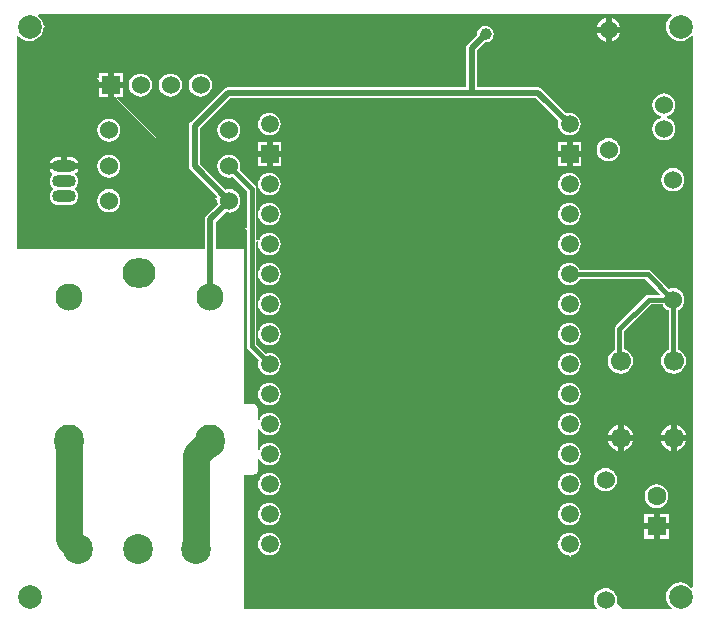
<source format=gbl>
%FSTAX23Y23*%
%MOIN*%
%SFA1B1*%

%IPPOS*%
%ADD14C,0.078740*%
%ADD29C,0.015000*%
%ADD30C,0.020000*%
%ADD31C,0.090000*%
%ADD32O,0.079000X0.042000*%
%ADD33C,0.066930*%
%ADD34C,0.060000*%
%ADD35C,0.059060*%
%ADD36R,0.059060X0.059060*%
%ADD37R,0.062990X0.062990*%
%ADD38C,0.062990*%
%ADD39O,0.098430X0.110240*%
%ADD40C,0.090550*%
%ADD41O,0.110240X0.098430*%
%ADD42R,0.060000X0.060000*%
%ADD43C,0.099610*%
%ADD44C,0.039370*%
%LNboard-1*%
%LPD*%
G36*
X0219Y01986D02*
X02186Y01983D01*
X02178Y01973*
X02173Y01962*
X02172Y0195*
X02173Y01937*
X02178Y01926*
X02186Y01916*
X02196Y01908*
X02207Y01903*
X0222Y01902*
X02232Y01903*
X02243Y01908*
X02253Y01916*
X02256Y0192*
X02261Y01918*
Y00081*
X02256Y00079*
X02253Y00083*
X02243Y00091*
X02232Y00096*
X0222Y00097*
X02207Y00096*
X02196Y00091*
X02186Y00083*
X02178Y00073*
X02173Y00062*
X02172Y0005*
X02173Y00037*
X02178Y00026*
X02186Y00016*
X0219Y00013*
X02188Y00008*
X02027*
X02006Y00028*
X02007Y0003*
X02008Y0004*
X02007Y00049*
X02003Y00059*
X01997Y00067*
X01989Y00073*
X01979Y00077*
X0197Y00078*
X0196Y00077*
X01959Y00076*
X01955Y00079*
X01954Y00074*
X0195Y00073*
X01942Y00067*
X01936Y00059*
X01932Y00049*
X01931Y0004*
X01932Y0003*
X01936Y0002*
X01942Y00013*
X01942Y00011*
X01941Y00008*
X00765*
Y00456*
X00794*
X00797Y00457*
X00801Y00458*
X00804Y0046*
X00807Y00463*
X00808Y00466*
X0081Y00469*
X0081Y00473*
Y00508*
X00815Y00509*
X00817Y00506*
X00823Y00498*
X00831Y00492*
X0084Y00488*
X0085Y00487*
X00859Y00488*
X00868Y00492*
X00876Y00498*
X00882Y00506*
X00886Y00515*
X00887Y00525*
X00886Y00534*
X00882Y00543*
X00876Y00551*
X00868Y00557*
X00859Y00561*
X0085Y00562*
X0084Y00561*
X00831Y00557*
X00823Y00551*
X00817Y00543*
X00815Y0054*
X0081Y00541*
Y00608*
X00815Y00609*
X00817Y00606*
X00823Y00598*
X00831Y00592*
X0084Y00588*
X0085Y00587*
X00859Y00588*
X00868Y00592*
X00876Y00598*
X00882Y00606*
X00886Y00615*
X00887Y00625*
X00886Y00634*
X00882Y00643*
X00876Y00651*
X00868Y00657*
X00859Y00661*
X0085Y00662*
X0084Y00661*
X00831Y00657*
X00823Y00651*
X00817Y00643*
X00815Y0064*
X0081Y00641*
Y00676*
X0081Y0068*
X00808Y00683*
X00807Y00686*
X00804Y00689*
X00801Y00691*
X00797Y00692*
X00794Y00693*
X00765*
Y0121*
X0067*
Y01299*
X00704Y01333*
X00705Y01332*
X00715Y01331*
X00716Y01331*
X00774Y01273*
Y00885*
X00775Y00878*
X00778Y00873*
X00814Y00837*
X00813Y00834*
X00812Y00825*
X00813Y00815*
X00817Y00806*
X00823Y00798*
X00831Y00792*
X0084Y00788*
X0085Y00787*
X00859Y00788*
X00868Y00792*
X00876Y00798*
X00882Y00806*
X00886Y00815*
X00887Y00825*
X00886Y00834*
X00882Y00843*
X00876Y00851*
X00868Y00857*
X00859Y00861*
X0085Y00862*
X0084Y00861*
X00837Y0086*
X00805Y00891*
Y01233*
X0081Y01235*
X00813Y01233*
X00812Y01225*
X00813Y01215*
X00817Y01206*
X00823Y01198*
X00831Y01192*
X0084Y01188*
X0085Y01187*
X00858Y01188*
X00862Y01184*
X00863Y0119*
X00868Y01192*
X00876Y01198*
X00882Y01206*
X00886Y01215*
X00887Y01225*
X00886Y01234*
X00882Y01243*
X00876Y01251*
X00868Y01257*
X00859Y01261*
X0085Y01262*
X0084Y01261*
X00831Y01257*
X00823Y01251*
X00817Y01243*
X00815Y01239*
X00809Y01238*
X00805Y01241*
Y0141*
X00804Y01416*
X00801Y01421*
X0075Y01471*
X00752Y01475*
X00753Y01485*
X00752Y01494*
X00748Y01504*
X00742Y01512*
X00734Y01518*
X00724Y01522*
X00715Y01523*
X00705Y01522*
X00695Y01518*
X00687Y01512*
X00681Y01504*
X00677Y01494*
X00676Y01485*
X00677Y01475*
X00681Y01465*
X00687Y01457*
X00695Y01451*
X00705Y01447*
X00715Y01446*
X00724Y01447*
X00728Y01449*
X00774Y01403*
Y0128*
X00769Y01278*
X0072Y01327*
X00722Y01332*
X00724Y01332*
X00734Y01336*
X00742Y01342*
X00748Y0135*
X00752Y0136*
X00753Y0137*
X00752Y01379*
X00748Y01389*
X00742Y01397*
X00734Y01403*
X00724Y01407*
X00715Y01408*
X00705Y01407*
X00704Y01406*
X00618Y01492*
Y01612*
X00717Y01711*
X01737*
X01813Y01635*
X01813Y01634*
X01812Y01625*
X01813Y01615*
X01817Y01606*
X01823Y01598*
X01831Y01592*
X0184Y01588*
X0185Y01587*
X01859Y01588*
X01868Y01592*
X01876Y01598*
X01882Y01606*
X01886Y01615*
X01887Y01625*
X01886Y01634*
X01882Y01643*
X01876Y01651*
X01868Y01657*
X01859Y01661*
X0185Y01662*
X0184Y01661*
X01839Y01661*
X01757Y01742*
X01752Y01746*
X01745Y01748*
X01543*
Y01872*
X01568Y01897*
X0157Y01897*
X01577Y01898*
X01583Y019*
X01589Y01905*
X01594Y01911*
X01596Y01917*
X01597Y01925*
X01596Y01932*
X01594Y01938*
X01589Y01944*
X01583Y01949*
X01577Y01951*
X0157Y01952*
X01562Y01951*
X01556Y01949*
X0155Y01944*
X01545Y01938*
X01543Y01932*
X01542Y01925*
X01542Y01923*
X01512Y01892*
X01508Y01887*
X01506Y0188*
Y01748*
X0071*
X00702Y01746*
X00697Y01742*
X00587Y01632*
X00583Y01627*
X00581Y0162*
Y01485*
X00583Y01477*
X00587Y01472*
X00676Y01382*
X00676Y01379*
X0067Y01377*
X00669Y01379*
X00676Y01371*
X00676Y0137*
X00677Y0136*
X00678Y01359*
X00639Y0132*
X00635Y01314*
X00634Y01307*
Y0121*
X00008*
Y01918*
X00013Y0192*
X00016Y01916*
X00026Y01908*
X00037Y01903*
X0005Y01902*
X00062Y01903*
X00073Y01908*
X00083Y01916*
X00091Y01926*
X00096Y01937*
X00097Y01949*
X00099Y0195*
X00102Y01952*
X00096Y01957*
X00096Y01962*
X00091Y01973*
X00083Y01983*
X00079Y01986*
X00081Y01991*
X02188*
X0219Y01986*
G37*
%LNboard-2*%
%LPC*%
G36*
X0199Y01979D02*
Y0195D01*
X02019*
X02018Y0195*
X02014Y0196*
X02008Y01968*
X02Y01974*
X0199Y01978*
X0199Y01979*
G37*
G36*
X0197D02*
X01969Y01978D01*
X01959Y01974*
X01951Y01968*
X01945Y0196*
X01941Y0195*
X0194Y0195*
X0197*
Y01979*
G37*
G36*
X02019Y0193D02*
X0199D01*
Y019*
X0199Y01901*
X02Y01905*
X02008Y01911*
X02014Y01919*
X02018Y01929*
X02019Y0193*
G37*
G36*
X0197D02*
X0194D01*
X01941Y01929*
X01945Y01919*
X01951Y01911*
X01959Y01905*
X01969Y01901*
X0197Y019*
Y0193*
G37*
G36*
X0036Y01795D02*
X0033D01*
Y01765*
X0036*
Y01795*
G37*
G36*
X0031D02*
X0028D01*
Y01779*
X00275Y01777*
X0028Y01772*
Y01765*
X0031*
Y01795*
G37*
G36*
X0062Y01793D02*
X0061Y01792D01*
X006Y01788*
X00592Y01782*
X00586Y01774*
X00582Y01764*
X00581Y01755*
X00582Y01745*
X00586Y01735*
X00592Y01727*
X006Y01721*
X0061Y01717*
X0062Y01716*
X00629Y01717*
X00639Y01721*
X00647Y01727*
X00653Y01735*
X00657Y01745*
X00658Y01755*
X00657Y01764*
X00653Y01774*
X00647Y01782*
X00639Y01788*
X00629Y01792*
X0062Y01793*
G37*
G36*
X0052D02*
X0051Y01792D01*
X005Y01788*
X00492Y01782*
X00486Y01774*
X00482Y01764*
X00481Y01755*
X00482Y01745*
X00486Y01735*
X00492Y01727*
X005Y01721*
X0051Y01717*
X0052Y01716*
X00529Y01717*
X00539Y01721*
X00547Y01727*
X00553Y01735*
X00557Y01745*
X00558Y01755*
X00557Y01764*
X00553Y01774*
X00547Y01782*
X00539Y01788*
X00529Y01792*
X0052Y01793*
G37*
G36*
X0042D02*
X0041Y01792D01*
X004Y01788*
X00392Y01782*
X00386Y01774*
X00382Y01764*
X00381Y01755*
X00382Y01745*
X00386Y01735*
X00392Y01727*
X004Y01721*
X0041Y01717*
X0042Y01716*
X00429Y01717*
X00439Y01721*
X00447Y01727*
X00453Y01735*
X00457Y01745*
X00458Y01755*
X00457Y01764*
X00453Y01774*
X00447Y01782*
X00439Y01788*
X00429Y01792*
X0042Y01793*
G37*
G36*
X0031Y01745D02*
X0028D01*
Y01715*
X0031*
Y01745*
G37*
G36*
X0085Y01662D02*
X0084Y01661D01*
X00831Y01657*
X00823Y01651*
X00817Y01643*
X00813Y01634*
X00812Y01625*
X00813Y01615*
X00817Y01606*
X00823Y01598*
X00831Y01592*
X0084Y01588*
X0085Y01587*
X00859Y01588*
X00868Y01592*
X00876Y01598*
X00882Y01606*
X00886Y01615*
X00887Y01625*
X00886Y01634*
X00882Y01643*
X00876Y01651*
X00868Y01657*
X00859Y01661*
X0085Y01662*
G37*
G36*
X0036Y01745D02*
X0033D01*
Y01715*
X00337*
X00473Y01577*
X00341Y0171*
X00343Y01715*
X0036*
Y01745*
G37*
G36*
X02165Y01727D02*
X02155Y01725D01*
X02145Y01721*
X02137Y01715*
X02131Y01707*
X02127Y01698*
X02126Y01688*
X02127Y01678*
X02131Y01669*
X02137Y01661*
X02145Y01655*
X02154Y01651*
X02155Y01649*
Y01649*
X02154Y01646*
X02145Y01643*
X02137Y01637*
X02131Y01629*
X02127Y01619*
X02126Y0161*
X02127Y016*
X02131Y0159*
X02137Y01582*
X02145Y01576*
X02155Y01572*
X02165Y01571*
X02174Y01572*
X02184Y01576*
X02192Y01582*
X02198Y0159*
X02202Y016*
X02203Y0161*
X02202Y01619*
X02198Y01629*
X02192Y01637*
X02184Y01643*
X02175Y01646*
X02174Y01649*
Y01649*
X02175Y01651*
X02184Y01655*
X02192Y01661*
X02198Y01669*
X02202Y01678*
X02203Y01688*
X02202Y01698*
X02198Y01707*
X02192Y01715*
X02184Y01721*
X02174Y01725*
X02165Y01727*
G37*
G36*
X00715Y01643D02*
X00705Y01642D01*
X00695Y01638*
X00687Y01632*
X00681Y01624*
X00677Y01614*
X00676Y01605*
X00677Y01595*
X00681Y01585*
X00687Y01577*
X00695Y01571*
X00705Y01567*
X00715Y01566*
X00724Y01567*
X00734Y01571*
X00742Y01577*
X00748Y01585*
X00752Y01595*
X00753Y01605*
X00752Y01614*
X00748Y01624*
X00742Y01632*
X00734Y01638*
X00724Y01642*
X00715Y01643*
G37*
G36*
X00315D02*
X00305Y01642D01*
X00295Y01638*
X00287Y01632*
X00281Y01624*
X00277Y01614*
X00276Y01605*
X00277Y01595*
X00281Y01585*
X00287Y01577*
X00295Y01571*
X00305Y01567*
X00315Y01566*
X00324Y01567*
X00334Y01571*
X00342Y01577*
X00348Y01585*
X00352Y01595*
X00353Y01605*
X00352Y01614*
X00348Y01624*
X00342Y01632*
X00334Y01638*
X00324Y01642*
X00315Y01643*
G37*
G36*
X01889Y01564D02*
X0186D01*
Y01535*
X01889*
Y01564*
G37*
G36*
X00889D02*
X0086D01*
Y01535*
X00889*
Y01564*
G37*
G36*
X0184D02*
X0181D01*
Y01535*
X0184*
Y01564*
G37*
G36*
X0084D02*
X0081D01*
Y01535*
X0084*
Y01564*
G37*
G36*
X0198Y01578D02*
X0197Y01577D01*
X0196Y01573*
X01952Y01567*
X01946Y01559*
X01942Y01549*
X01941Y0154*
X01942Y0153*
X01946Y0152*
X01952Y01512*
X0196Y01506*
X0197Y01502*
X0198Y01501*
X01989Y01502*
X01999Y01506*
X02007Y01512*
X02013Y0152*
X02017Y0153*
X02018Y0154*
X02017Y01549*
X02013Y01559*
X02007Y01567*
X01999Y01573*
X01989Y01577*
X0198Y01578*
G37*
G36*
X00183Y01516D02*
X00175D01*
Y01495*
X00212*
X0021Y015*
X00205Y01507*
X00199Y01512*
X00191Y01515*
X00183Y01516*
G37*
G36*
X00155D02*
X00146D01*
X00138Y01515*
X0013Y01512*
X00124Y01507*
X00119Y015*
X00117Y01495*
X00155*
Y01516*
G37*
G36*
X01889Y01515D02*
X0186D01*
Y01485*
X01889*
Y01515*
G37*
G36*
X0184D02*
X0181D01*
Y01485*
X0184*
Y01515*
G37*
G36*
X00889D02*
X0086D01*
Y01485*
X00889*
Y01515*
G37*
G36*
X0084D02*
X0081D01*
Y01485*
X0084*
Y01515*
G37*
G36*
X00315Y01523D02*
X00305Y01522D01*
X00295Y01518*
X00287Y01512*
X00281Y01504*
X00277Y01494*
X00276Y01485*
X00277Y01475*
X00281Y01465*
X00287Y01457*
X00295Y01451*
X00305Y01447*
X00315Y01446*
X00324Y01447*
X00334Y01451*
X00342Y01457*
X00348Y01465*
X00352Y01475*
X00353Y01485*
X00352Y01494*
X00348Y01504*
X00342Y01512*
X00334Y01518*
X00324Y01522*
X00315Y01523*
G37*
G36*
X02195Y01478D02*
X02185Y01477D01*
X02175Y01473*
X02167Y01467*
X02161Y01459*
X02157Y01449*
X02156Y0144*
X02157Y0143*
X02161Y0142*
X02167Y01412*
X02175Y01406*
X02185Y01402*
X02195Y01401*
X02204Y01402*
X02214Y01406*
X02222Y01412*
X02228Y0142*
X02232Y0143*
X02233Y0144*
X02232Y01449*
X02228Y01459*
X02222Y01467*
X02214Y01473*
X02204Y01477*
X02195Y01478*
G37*
G36*
X0185Y01462D02*
X0184Y01461D01*
X01831Y01457*
X01823Y01451*
X01817Y01443*
X01813Y01434*
X01812Y01425*
X01813Y01415*
X01817Y01406*
X01823Y01398*
X01831Y01392*
X0184Y01388*
X0185Y01387*
X01859Y01388*
X01868Y01392*
X01876Y01398*
X01882Y01406*
X01886Y01415*
X01887Y01425*
X01886Y01434*
X01882Y01443*
X01876Y01451*
X01868Y01457*
X01859Y01461*
X0185Y01462*
G37*
G36*
X0085D02*
X0084Y01461D01*
X00831Y01457*
X00823Y01451*
X00817Y01443*
X00813Y01434*
X00812Y01425*
X00813Y01415*
X00817Y01406*
X00823Y01398*
X00831Y01392*
X0084Y01388*
X0085Y01387*
X00859Y01388*
X00868Y01392*
X00876Y01398*
X00882Y01406*
X00886Y01415*
X00887Y01425*
X00886Y01434*
X00882Y01443*
X00876Y01451*
X00868Y01457*
X00859Y01461*
X0085Y01462*
G37*
G36*
X00165Y01485D02*
D01*
Y01475*
X00117*
X00119Y01469*
X00124Y01462*
X00126Y01461*
Y01456*
X00125Y01455*
X00121Y01449*
X00118Y01442*
X00117Y01435*
X00118Y01427*
X00121Y0142*
X00125Y01414*
X00128Y01412*
Y01407*
X00125Y01405*
X00121Y01399*
X00118Y01392*
X00117Y01385*
X00118Y01377*
X00121Y0137*
X00125Y01364*
X00131Y01359*
X00138Y01356*
X00146Y01355*
X00183*
X00191Y01356*
X00198Y01359*
X00204Y01364*
X00208Y0137*
X00211Y01377*
X00212Y01385*
X00211Y01392*
X00208Y01399*
X00204Y01405*
X00201Y01407*
Y01412*
X00204Y01414*
X00208Y0142*
X00211Y01427*
X00212Y01435*
X00211Y01442*
X00208Y01449*
X00204Y01455*
X00203Y01456*
Y01461*
X00205Y01462*
X0021Y01469*
X00212Y01475*
X00165*
Y01485*
G37*
G36*
X00315Y01408D02*
X00305Y01407D01*
X00295Y01403*
X00287Y01397*
X00281Y01389*
X00277Y01379*
X00276Y0137*
X00277Y0136*
X00281Y0135*
X00287Y01342*
X00295Y01336*
X00305Y01332*
X00315Y01331*
X00324Y01332*
X00334Y01336*
X00342Y01342*
X00348Y0135*
X00352Y0136*
X00353Y0137*
X00352Y01379*
X00348Y01389*
X00342Y01397*
X00334Y01403*
X00324Y01407*
X00315Y01408*
G37*
G36*
X0185Y01362D02*
X0184Y01361D01*
X01831Y01357*
X01823Y01351*
X01817Y01343*
X01813Y01334*
X01812Y01325*
X01813Y01315*
X01817Y01306*
X01823Y01298*
X01831Y01292*
X0184Y01288*
X0185Y01287*
X01859Y01288*
X01868Y01292*
X01876Y01298*
X01882Y01306*
X01886Y01315*
X01887Y01325*
X01886Y01334*
X01882Y01343*
X01876Y01351*
X01868Y01357*
X01859Y01361*
X0185Y01362*
G37*
G36*
X0085D02*
X0084Y01361D01*
X00831Y01357*
X00823Y01351*
X00817Y01343*
X00813Y01334*
X00812Y01325*
X00813Y01315*
X00817Y01306*
X00823Y01298*
X00831Y01292*
X0084Y01288*
X0085Y01287*
X00859Y01288*
X00868Y01292*
X00876Y01298*
X00882Y01306*
X00886Y01315*
X00887Y01325*
X00886Y01334*
X00882Y01343*
X00876Y01351*
X00868Y01357*
X00859Y01361*
X0085Y01362*
G37*
G36*
X0185Y01262D02*
X0184Y01261D01*
X01831Y01257*
X01823Y01251*
X01817Y01243*
X01813Y01234*
X01812Y01225*
X01813Y01215*
X01817Y01206*
X01823Y01198*
X01831Y01192*
X0184Y01188*
X0185Y01187*
X01859Y01188*
X01868Y01192*
X01876Y01198*
X01882Y01206*
X01886Y01215*
X01887Y01225*
X01886Y01234*
X01882Y01243*
X01876Y01251*
X01868Y01257*
X01859Y01261*
X0185Y01262*
G37*
G36*
X00883Y01162D02*
X00885Y01161D01*
X00883Y01162*
G37*
G36*
X0091Y01136D02*
X00911Y01134D01*
X0091Y01136*
G37*
G36*
X00947Y01098D02*
X00953Y01092D01*
X00947Y01098*
G37*
G36*
X0085Y01162D02*
X0084Y01161D01*
X00831Y01157*
X00823Y01151*
X00817Y01143*
X00813Y01134*
X00812Y01125*
X00813Y01115*
X00817Y01106*
X00823Y01098*
X00831Y01092*
X0084Y01088*
X0085Y01087*
X00859Y01088*
X00868Y01092*
X00876Y01098*
X00882Y01106*
X00886Y01115*
X00887Y01125*
X00886Y01134*
X00882Y01143*
X00876Y01151*
X00868Y01157*
X00859Y01161*
X0085Y01162*
G37*
G36*
X0097Y01075D02*
X00972Y01073D01*
X0097Y01075*
G37*
G36*
X01024Y0102D02*
X01029Y01015D01*
X01024Y0102*
G37*
G36*
X0185Y01062D02*
X0184Y01061D01*
X01831Y01057*
X01823Y01051*
X01817Y01043*
X01813Y01034*
X01812Y01025*
X01813Y01015*
X01817Y01006*
X01823Y00998*
X01831Y00992*
X0184Y00988*
X0185Y00987*
X01859Y00988*
X01868Y00992*
X01876Y00998*
X01882Y01006*
X01886Y01015*
X01887Y01025*
X01886Y01034*
X01882Y01043*
X01876Y01051*
X01868Y01057*
X01859Y01061*
X0185Y01062*
G37*
G36*
X0085D02*
X0084Y01061D01*
X00831Y01057*
X00823Y01051*
X00817Y01043*
X00813Y01034*
X00812Y01025*
X00813Y01015*
X00817Y01006*
X00823Y00998*
X00831Y00992*
X0084Y00988*
X0085Y00987*
X00859Y00988*
X00868Y00992*
X00876Y00998*
X00882Y01006*
X00886Y01015*
X00887Y01025*
X00886Y01034*
X00882Y01043*
X00876Y01051*
X00868Y01057*
X00859Y01061*
X0085Y01062*
G37*
G36*
X01119Y00925D02*
X01128Y00915D01*
X01119Y00925*
G37*
G36*
X0185Y00962D02*
X0184Y00961D01*
X01831Y00957*
X01823Y00951*
X01817Y00943*
X01813Y00934*
X01812Y00925*
X01813Y00915*
X01817Y00906*
X01823Y00898*
X01831Y00892*
X0184Y00888*
X0185Y00887*
X01859Y00888*
X01868Y00892*
X01876Y00898*
X01882Y00906*
X01886Y00915*
X01887Y00925*
X01886Y00934*
X01882Y00943*
X01876Y00951*
X01868Y00957*
X01859Y00961*
X0185Y00962*
G37*
G36*
X0085D02*
X0084Y00961D01*
X00831Y00957*
X00823Y00951*
X00817Y00943*
X00813Y00934*
X00812Y00925*
X00813Y00915*
X00817Y00906*
X00823Y00898*
X00831Y00892*
X0084Y00888*
X0085Y00887*
X00859Y00888*
X00868Y00892*
X00876Y00898*
X00882Y00906*
X00886Y00915*
X00887Y00925*
X00886Y00934*
X00882Y00943*
X00876Y00951*
X00868Y00957*
X00859Y00961*
X0085Y00962*
G37*
G36*
X01219Y00824D02*
X01227Y00815D01*
X01219Y00824*
G37*
G36*
X01236Y00806D02*
X01237Y00805D01*
X01236Y00806*
G37*
G36*
X0185Y01162D02*
X0184Y01161D01*
X01831Y01157*
X01823Y01151*
X01817Y01143*
X01813Y01134*
X01812Y01125*
X01813Y01115*
X01817Y01106*
X01823Y01098*
X01831Y01092*
X0184Y01088*
X0185Y01087*
X01859Y01088*
X01868Y01092*
X01876Y01098*
X01882Y01106*
X01884Y01109*
X02103*
X02152Y0106*
X0215Y01055*
X02115*
X02108Y01054*
X02103Y01051*
X02005Y00952*
X02001Y00947*
X02Y00941*
Y00871*
X01999Y00871*
X0199Y00864*
X01983Y00855*
X01979Y00845*
X01978Y00835*
X01979Y00824*
X01983Y00814*
X0199Y00805*
X01999Y00798*
X02009Y00794*
X0202Y00793*
X0203Y00794*
X0204Y00798*
X02049Y00805*
X02056Y00814*
X0206Y00824*
X02061Y00835*
X0206Y00845*
X02056Y00855*
X02049Y00864*
X0204Y00871*
X02032Y00874*
Y00934*
X02121Y01024*
X0216*
X02161Y0102*
X02167Y01012*
X02175Y01006*
X0218Y01004*
Y00872*
X02176Y00871*
X02167Y00864*
X0216Y00855*
X02156Y00845*
X02155Y00835*
X02156Y00824*
X0216Y00814*
X02167Y00805*
X02176Y00798*
X02186Y00794*
X02197Y00793*
X02207Y00794*
X02218Y00798*
X02226Y00805*
X02233Y00814*
X02237Y00824*
X02238Y00835*
X02237Y00845*
X02233Y00855*
X02226Y00864*
X02218Y00871*
X02211Y00873*
Y01005*
X02214Y01006*
X02222Y01012*
X02228Y0102*
X02232Y0103*
X02233Y0104*
X02232Y01049*
X02228Y01059*
X02222Y01067*
X02214Y01073*
X02204Y01077*
X02195Y01078*
X02185Y01077*
X02181Y01075*
X02121Y01136*
X02116Y01139*
X0211Y0114*
X01884*
X01882Y01143*
X01876Y01151*
X01868Y01157*
X01859Y01161*
X0185Y01162*
G37*
G36*
Y00862D02*
X0184Y00861D01*
X01831Y00857*
X01823Y00851*
X01817Y00843*
X01813Y00834*
X01812Y00825*
X01813Y00815*
X01817Y00806*
X01823Y00798*
X01831Y00792*
X0184Y00788*
X0185Y00787*
X01859Y00788*
X01868Y00792*
X01876Y00798*
X01882Y00806*
X01886Y00815*
X01887Y00825*
X01886Y00834*
X01882Y00843*
X01876Y00851*
X01868Y00857*
X01859Y00861*
X0185Y00862*
G37*
G36*
X01317Y00725D02*
X01326Y00715D01*
X01317Y00725*
G37*
G36*
X0185Y00762D02*
X0184Y00761D01*
X01831Y00757*
X01823Y00751*
X01817Y00743*
X01813Y00734*
X01812Y00725*
X01813Y00715*
X01817Y00706*
X01823Y00698*
X01831Y00692*
X0184Y00688*
X0185Y00687*
X01859Y00688*
X01868Y00692*
X01876Y00698*
X01882Y00706*
X01886Y00715*
X01887Y00725*
X01886Y00734*
X01882Y00743*
X01876Y00751*
X01868Y00757*
X01859Y00761*
X0185Y00762*
G37*
G36*
X0085D02*
X0084Y00761D01*
X00831Y00757*
X00823Y00751*
X00817Y00743*
X00813Y00734*
X00812Y00725*
X00813Y00715*
X00817Y00706*
X00823Y00698*
X00831Y00692*
X0084Y00688*
X0085Y00687*
X00859Y00688*
X00868Y00692*
X00876Y00698*
X00882Y00706*
X00886Y00715*
X00887Y00725*
X00886Y00734*
X00882Y00743*
X00876Y00751*
X00868Y00757*
X00859Y00761*
X0085Y00762*
G37*
G36*
X01355Y00686D02*
X01358Y00683D01*
X01355Y00686*
G37*
G36*
X0138Y00661D02*
X01383Y00657D01*
X0138Y00661*
G37*
G36*
X01419Y00621D02*
D01*
G37*
G36*
X01424Y00617D02*
X01425Y00615D01*
X01424Y00617*
G37*
G36*
X01432Y00609D02*
X01433Y00608D01*
X01432Y00609*
G37*
G36*
X0145Y0059D02*
X01451Y00589D01*
X0145Y0059*
G37*
G36*
X02207Y00621D02*
Y00589D01*
X02239*
X02239Y0059*
X02235Y00601*
X02228Y0061*
X02219Y00617*
X02208Y00621*
X02207Y00621*
G37*
G36*
X0203D02*
Y00589D01*
X02062*
X02062Y0059*
X02057Y00601*
X02051Y0061*
X02041Y00617*
X02031Y00621*
X0203Y00621*
G37*
G36*
X01451Y00589D02*
D01*
G37*
G36*
X02187Y00621D02*
X02185Y00621D01*
X02175Y00617*
X02166Y0061*
X02159Y00601*
X02154Y0059*
X02154Y00589*
X02187*
Y00621*
G37*
G36*
X0201D02*
X02008Y00621D01*
X01998Y00617*
X01989Y0061*
X01982Y00601*
X01977Y0059*
X01977Y00589*
X0201*
Y00621*
G37*
G36*
X0185Y00662D02*
X0184Y00661D01*
X01831Y00657*
X01823Y00651*
X01817Y00643*
X01813Y00634*
X01812Y00625*
X01813Y00615*
X01817Y00606*
X01823Y00598*
X01831Y00592*
X0184Y00588*
X0185Y00587*
X01859Y00588*
X01868Y00592*
X01876Y00598*
X01882Y00606*
X01886Y00615*
X01887Y00625*
X01886Y00634*
X01882Y00643*
X01876Y00651*
X01868Y00657*
X01859Y00661*
X0185Y00662*
G37*
G36*
X01453Y00587D02*
X01471Y00569D01*
X01453Y00587*
G37*
G36*
X01471Y00569D02*
D01*
G37*
G36*
X01479Y00561D02*
X01483Y00557D01*
X01479Y00561*
G37*
G36*
X01488Y00551D02*
X01492Y00548D01*
X01488Y00551*
G37*
G36*
X02239Y00569D02*
X02207D01*
Y00536*
X02208Y00536*
X02219Y00541*
X02228Y00548*
X02235Y00557*
X02239Y00567*
X02239Y00569*
G37*
G36*
X02062D02*
X0203D01*
Y00536*
X02031Y00536*
X02041Y00541*
X02051Y00548*
X02057Y00557*
X02062Y00567*
X02062Y00569*
G37*
G36*
X02187D02*
X02154D01*
X02154Y00567*
X02159Y00557*
X02166Y00548*
X02175Y00541*
X02185Y00536*
X02187Y00536*
Y00569*
G37*
G36*
X0201D02*
X01977D01*
X01977Y00567*
X01982Y00557*
X01989Y00548*
X01998Y00541*
X02008Y00536*
X0201Y00536*
Y00569*
G37*
G36*
X01503Y00536D02*
X01503Y00536D01*
X01503Y00536*
G37*
G36*
X01515Y00525D02*
X01524Y00515D01*
X01515Y00525*
G37*
G36*
X01531Y00509D02*
X01532Y00508D01*
X01531Y00509*
G37*
G36*
X0185Y00562D02*
X0184Y00561D01*
X01831Y00557*
X01823Y00551*
X01817Y00543*
X01813Y00534*
X01812Y00525*
X01813Y00515*
X01817Y00506*
X01823Y00498*
X01831Y00492*
X0184Y00488*
X0185Y00487*
X01859Y00488*
X01868Y00492*
X01876Y00498*
X01882Y00506*
X01886Y00515*
X01887Y00525*
X01886Y00534*
X01882Y00543*
X01876Y00551*
X01868Y00557*
X01859Y00561*
X0185Y00562*
G37*
G36*
X01552Y00487D02*
X01561Y00478D01*
X01552Y00487*
G37*
G36*
X01562Y00477D02*
X01566Y00473D01*
X01562Y00477*
G37*
G36*
X01573Y00466D02*
X01576Y00463D01*
X01573Y00466*
G37*
G36*
X01578Y00461D02*
X01578Y0046D01*
X01578Y00461*
G37*
G36*
X0158Y00458D02*
X01581Y00457D01*
X0158Y00458*
G37*
G36*
X01614Y00425D02*
X01614Y00424D01*
X01614Y00425*
G37*
G36*
X01618Y0042D02*
X01623Y00415D01*
X01618Y0042*
G37*
G36*
X01632Y00406D02*
X01634Y00404D01*
X01632Y00406*
G37*
G36*
X0197Y00478D02*
X0196Y00477D01*
X0195Y00473*
X01942Y00467*
X01936Y00459*
X01932Y00449*
X01931Y0044*
X01932Y0043*
X01936Y0042*
X01942Y00412*
X0195Y00406*
X0196Y00402*
X0197Y00401*
X01979Y00402*
X01989Y00406*
X01997Y00412*
X02003Y0042*
X02007Y0043*
X02008Y0044*
X02007Y00449*
X02003Y00459*
X01997Y00467*
X01989Y00473*
X01979Y00477*
X0197Y00478*
G37*
G36*
X0185Y00462D02*
X0184Y00461D01*
X01831Y00457*
X01823Y00451*
X01817Y00443*
X01813Y00434*
X01812Y00425*
X01813Y00415*
X01817Y00406*
X01823Y00398*
X01831Y00392*
X0184Y00388*
X0185Y00387*
X01859Y00388*
X01868Y00392*
X01876Y00398*
X01882Y00406*
X01886Y00415*
X01887Y00425*
X01886Y00434*
X01882Y00443*
X01876Y00451*
X01868Y00457*
X01859Y00461*
X0185Y00462*
G37*
G36*
X0085D02*
X0084Y00461D01*
X00831Y00457*
X00823Y00451*
X00817Y00443*
X00813Y00434*
X00812Y00425*
X00813Y00415*
X00817Y00406*
X00823Y00398*
X00831Y00392*
X0084Y00388*
X0085Y00387*
X00859Y00388*
X00868Y00392*
X00876Y00398*
X00882Y00406*
X00886Y00415*
X00887Y00425*
X00886Y00434*
X00882Y00443*
X00876Y00451*
X00868Y00457*
X00859Y00461*
X0085Y00462*
G37*
G36*
X01653Y00385D02*
X01664Y00374D01*
X01653Y00385*
G37*
G36*
X01673Y00365D02*
X01675Y00362D01*
X01673Y00365*
G37*
G36*
X01677Y00361D02*
X01681Y00356D01*
X01677Y00361*
G37*
G36*
X0214Y00424D02*
X02129Y00423D01*
X0212Y00419*
X02111Y00413*
X02105Y00404*
X02101Y00395*
X021Y00385*
X02101Y00374*
X02105Y00365*
X02111Y00356*
X0212Y0035*
X02129Y00346*
X0214Y00345*
X0215Y00346*
X02159Y0035*
X02168Y00356*
X02174Y00365*
X02178Y00374*
X02179Y00385*
X02178Y00395*
X02174Y00404*
X02168Y00413*
X02159Y00419*
X0215Y00423*
X0214Y00424*
G37*
G36*
X01713Y00325D02*
X01722Y00315D01*
X01713Y00325*
G37*
G36*
X02181Y00326D02*
X0215D01*
Y00295*
X02181*
Y00326*
G37*
G36*
X01742Y00295D02*
D01*
G37*
G36*
X0213Y00326D02*
X02098D01*
Y00295*
X0213*
Y00326*
G37*
G36*
X0185Y00362D02*
X0184Y00361D01*
X01831Y00357*
X01823Y00351*
X01817Y00343*
X01813Y00334*
X01812Y00325*
X01813Y00315*
X01817Y00306*
X01823Y00298*
X01831Y00292*
X0184Y00288*
X0185Y00287*
X01859Y00288*
X01868Y00292*
X01876Y00298*
X01882Y00306*
X01886Y00315*
X01887Y00325*
X01886Y00334*
X01882Y00343*
X01876Y00351*
X01868Y00357*
X01859Y00361*
X0185Y00362*
G37*
G36*
X0085D02*
X0084Y00361D01*
X00831Y00357*
X00823Y00351*
X00817Y00343*
X00813Y00334*
X00812Y00325*
X00813Y00315*
X00817Y00306*
X00823Y00298*
X00831Y00292*
X0084Y00288*
X0085Y00287*
X00859Y00288*
X00868Y00292*
X00876Y00298*
X00882Y00306*
X00886Y00315*
X00887Y00325*
X00886Y00334*
X00882Y00343*
X00876Y00351*
X00868Y00357*
X00859Y00361*
X0085Y00362*
G37*
G36*
X0175Y00287D02*
X01762Y00275D01*
X0175Y00287*
G37*
G36*
X01762Y00275D02*
X01774Y00262D01*
X01762Y00275*
G37*
G36*
X01776Y00261D02*
X01779Y00257D01*
X01776Y00261*
G37*
G36*
X01785Y00251D02*
X01793Y00243D01*
X01785Y00251*
G37*
G36*
X02181Y00275D02*
X0215D01*
Y00243*
X02181*
Y00275*
G37*
G36*
X0213D02*
X02098D01*
Y00243*
X0213*
Y00275*
G37*
G36*
X01802Y00234D02*
X01806Y0023D01*
X01802Y00234*
G37*
G36*
X0085Y00262D02*
X0084Y00261D01*
X00831Y00257*
X00823Y00251*
X00817Y00243*
X00813Y00234*
X00812Y00225*
X00813Y00215*
X00817Y00206*
X00823Y00198*
X00831Y00192*
X0084Y00188*
X0085Y00187*
X00859Y00188*
X00868Y00192*
X00876Y00198*
X00882Y00206*
X00886Y00215*
X00887Y00225*
X00886Y00234*
X00882Y00243*
X00876Y00251*
X00868Y00257*
X00859Y00261*
X0085Y00262*
G37*
G36*
X0185D02*
X0184Y00261D01*
X01831Y00257*
X01823Y00251*
X01817Y00243*
X01813Y00234*
X01812Y0023*
X01808Y00229*
X01812Y00225*
X01812Y00225*
X01813Y00215*
X01817Y00206*
X01823Y00198*
X01831Y00192*
X0184Y00188*
X01849Y00187*
X01854Y00182*
X01855Y00187*
X01859Y00188*
X01868Y00192*
X01876Y00198*
X01882Y00206*
X01886Y00215*
X01887Y00225*
X01886Y00234*
X01882Y00243*
X01876Y00251*
X01868Y00257*
X01859Y00261*
X0185Y00262*
G37*
%LNboard-3*%
%LPD*%
G54D14*
X0005Y0195D03*
X0222D03*
Y0005D03*
X0005D03*
G54D29*
X02195Y0104D02*
X02196Y01038D01*
Y00836D02*
Y01038D01*
Y00836D02*
X02197Y00835D01*
X0185Y01125D02*
X0211D01*
X02195Y0104*
X02016Y00941D02*
X02115Y0104D01*
X02016Y00838D02*
X0202Y00835D01*
X02016Y00838D02*
Y00941D01*
X02115Y0104D02*
X02195D01*
X0079Y00885D02*
X0085Y00825D01*
X0079Y00885D02*
Y0141D01*
X00715Y01485D02*
X0079Y0141D01*
G54D30*
X01525Y0173D02*
X01745D01*
X0071D02*
X01525D01*
Y0188D02*
X0157Y01925D01*
X01525Y0173D02*
Y0188D01*
X00652Y0105D02*
Y01307D01*
X00715Y0137*
X006Y01485D02*
X00715Y0137D01*
X006Y0162D02*
X0071Y0173D01*
X006Y01485D02*
Y0162D01*
X01745Y0173D02*
X0185Y01625D01*
G54D31*
X0018Y00242D02*
X00212Y0021D01*
X0018Y00242D02*
Y00569D01*
X00605Y0021D02*
Y00523D01*
X00652Y00569*
G54D32*
X00165Y01485D03*
Y01435D03*
Y01385D03*
G54D33*
X0202Y00835D03*
Y00579D03*
X02197D03*
Y00835D03*
G54D34*
X02195Y0104D03*
Y0144D03*
X00715Y01485D03*
X00315D03*
X00715Y01605D03*
X00315D03*
X0198Y0154D03*
Y0194D03*
X0197Y0044D03*
Y0004D03*
X02165Y0161D03*
Y01688D03*
X00715Y0137D03*
X00315D03*
X0062Y01755D03*
X0052D03*
X0042D03*
G54D35*
X0085Y00225D03*
Y00325D03*
Y00425D03*
Y00525D03*
Y00625D03*
Y00725D03*
Y00825D03*
Y00925D03*
Y01025D03*
Y01125D03*
Y01225D03*
Y01325D03*
Y01425D03*
X0185Y00325D03*
Y00425D03*
Y00525D03*
Y00625D03*
Y00725D03*
Y00825D03*
Y00925D03*
Y01025D03*
Y01125D03*
Y01225D03*
Y01325D03*
Y01425D03*
X0085Y01625D03*
X0185D03*
Y00225D03*
G54D36*
X0085Y01525D03*
X0185D03*
G54D37*
X0214Y00285D03*
G54D38*
X0214Y00385D03*
G54D39*
X00652Y00569D03*
X0018D03*
G54D40*
X0018Y0105D03*
X00652D03*
G54D41*
X00416Y01128D03*
G54D42*
X0032Y01755D03*
G54D43*
X0041Y0021D03*
X00212D03*
X00605D03*
G54D44*
X0157Y01925D03*
M02*
</source>
